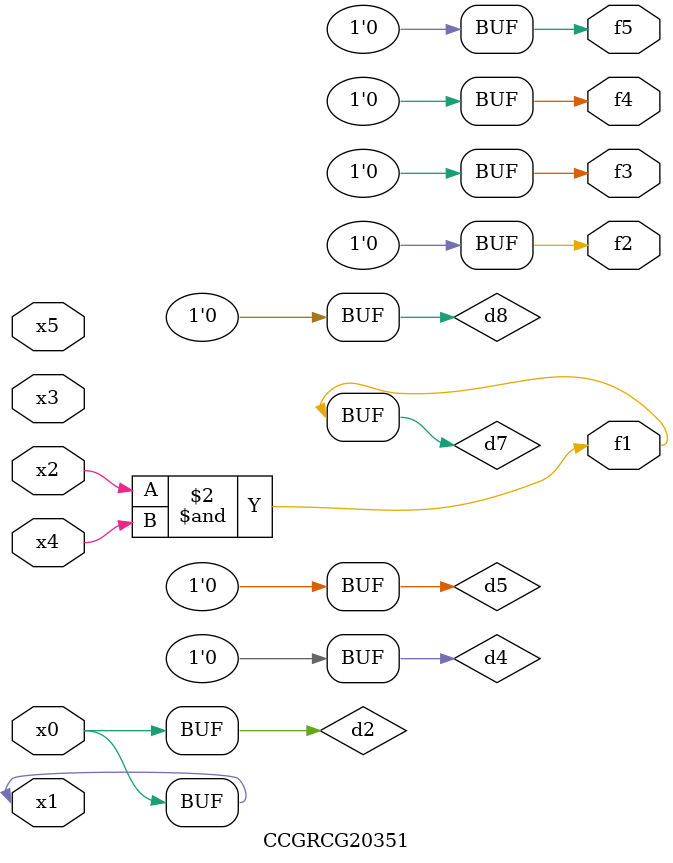
<source format=v>
module CCGRCG20351(
	input x0, x1, x2, x3, x4, x5,
	output f1, f2, f3, f4, f5
);

	wire d1, d2, d3, d4, d5, d6, d7, d8, d9;

	nand (d1, x1);
	buf (d2, x0, x1);
	nand (d3, x2, x4);
	and (d4, d1, d2);
	and (d5, d1, d2);
	nand (d6, d1, d3);
	not (d7, d3);
	xor (d8, d5);
	nor (d9, d5, d6);
	assign f1 = d7;
	assign f2 = d8;
	assign f3 = d8;
	assign f4 = d8;
	assign f5 = d8;
endmodule

</source>
